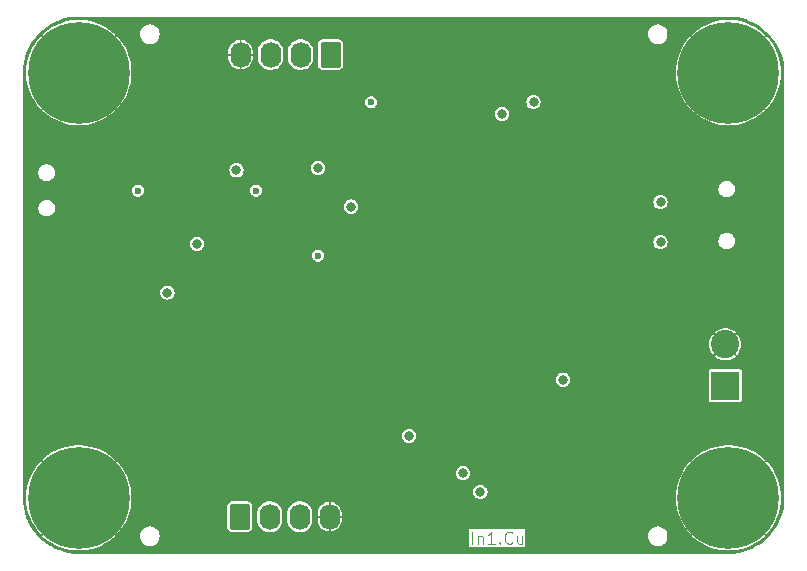
<source format=gbr>
%TF.GenerationSoftware,KiCad,Pcbnew,8.0.1*%
%TF.CreationDate,2024-04-03T13:36:13+02:00*%
%TF.ProjectId,stm32f405_v8,73746d33-3266-4343-9035-5f76382e6b69,rev?*%
%TF.SameCoordinates,Original*%
%TF.FileFunction,Copper,L2,Inr*%
%TF.FilePolarity,Positive*%
%FSLAX46Y46*%
G04 Gerber Fmt 4.6, Leading zero omitted, Abs format (unit mm)*
G04 Created by KiCad (PCBNEW 8.0.1) date 2024-04-03 13:36:13*
%MOMM*%
%LPD*%
G01*
G04 APERTURE LIST*
G04 Aperture macros list*
%AMRoundRect*
0 Rectangle with rounded corners*
0 $1 Rounding radius*
0 $2 $3 $4 $5 $6 $7 $8 $9 X,Y pos of 4 corners*
0 Add a 4 corners polygon primitive as box body*
4,1,4,$2,$3,$4,$5,$6,$7,$8,$9,$2,$3,0*
0 Add four circle primitives for the rounded corners*
1,1,$1+$1,$2,$3*
1,1,$1+$1,$4,$5*
1,1,$1+$1,$6,$7*
1,1,$1+$1,$8,$9*
0 Add four rect primitives between the rounded corners*
20,1,$1+$1,$2,$3,$4,$5,0*
20,1,$1+$1,$4,$5,$6,$7,0*
20,1,$1+$1,$6,$7,$8,$9,0*
20,1,$1+$1,$8,$9,$2,$3,0*%
G04 Aperture macros list end*
%ADD10C,0.100000*%
%TA.AperFunction,NonConductor*%
%ADD11C,0.100000*%
%TD*%
%TA.AperFunction,ComponentPad*%
%ADD12RoundRect,0.250000X-0.620000X-0.845000X0.620000X-0.845000X0.620000X0.845000X-0.620000X0.845000X0*%
%TD*%
%TA.AperFunction,ComponentPad*%
%ADD13O,1.740000X2.190000*%
%TD*%
%TA.AperFunction,ComponentPad*%
%ADD14RoundRect,0.250000X0.620000X0.845000X-0.620000X0.845000X-0.620000X-0.845000X0.620000X-0.845000X0*%
%TD*%
%TA.AperFunction,ComponentPad*%
%ADD15C,0.900000*%
%TD*%
%TA.AperFunction,ComponentPad*%
%ADD16C,8.600000*%
%TD*%
%TA.AperFunction,ComponentPad*%
%ADD17R,2.400000X2.400000*%
%TD*%
%TA.AperFunction,ComponentPad*%
%ADD18C,2.400000*%
%TD*%
%TA.AperFunction,ViaPad*%
%ADD19C,0.600000*%
%TD*%
%TA.AperFunction,ViaPad*%
%ADD20C,0.800000*%
%TD*%
G04 APERTURE END LIST*
D10*
D11*
X113303884Y-119872419D02*
X113303884Y-118872419D01*
X113780074Y-119205752D02*
X113780074Y-119872419D01*
X113780074Y-119300990D02*
X113827693Y-119253371D01*
X113827693Y-119253371D02*
X113922931Y-119205752D01*
X113922931Y-119205752D02*
X114065788Y-119205752D01*
X114065788Y-119205752D02*
X114161026Y-119253371D01*
X114161026Y-119253371D02*
X114208645Y-119348609D01*
X114208645Y-119348609D02*
X114208645Y-119872419D01*
X115208645Y-119872419D02*
X114637217Y-119872419D01*
X114922931Y-119872419D02*
X114922931Y-118872419D01*
X114922931Y-118872419D02*
X114827693Y-119015276D01*
X114827693Y-119015276D02*
X114732455Y-119110514D01*
X114732455Y-119110514D02*
X114637217Y-119158133D01*
X115637217Y-119777180D02*
X115684836Y-119824800D01*
X115684836Y-119824800D02*
X115637217Y-119872419D01*
X115637217Y-119872419D02*
X115589598Y-119824800D01*
X115589598Y-119824800D02*
X115637217Y-119777180D01*
X115637217Y-119777180D02*
X115637217Y-119872419D01*
X116684835Y-119777180D02*
X116637216Y-119824800D01*
X116637216Y-119824800D02*
X116494359Y-119872419D01*
X116494359Y-119872419D02*
X116399121Y-119872419D01*
X116399121Y-119872419D02*
X116256264Y-119824800D01*
X116256264Y-119824800D02*
X116161026Y-119729561D01*
X116161026Y-119729561D02*
X116113407Y-119634323D01*
X116113407Y-119634323D02*
X116065788Y-119443847D01*
X116065788Y-119443847D02*
X116065788Y-119300990D01*
X116065788Y-119300990D02*
X116113407Y-119110514D01*
X116113407Y-119110514D02*
X116161026Y-119015276D01*
X116161026Y-119015276D02*
X116256264Y-118920038D01*
X116256264Y-118920038D02*
X116399121Y-118872419D01*
X116399121Y-118872419D02*
X116494359Y-118872419D01*
X116494359Y-118872419D02*
X116637216Y-118920038D01*
X116637216Y-118920038D02*
X116684835Y-118967657D01*
X117541978Y-119205752D02*
X117541978Y-119872419D01*
X117113407Y-119205752D02*
X117113407Y-119729561D01*
X117113407Y-119729561D02*
X117161026Y-119824800D01*
X117161026Y-119824800D02*
X117256264Y-119872419D01*
X117256264Y-119872419D02*
X117399121Y-119872419D01*
X117399121Y-119872419D02*
X117494359Y-119824800D01*
X117494359Y-119824800D02*
X117541978Y-119777180D01*
D12*
%TO.N,+3.3V*%
%TO.C,J4*%
X93620000Y-117600000D03*
D13*
%TO.N,UART3_TX*%
X96160000Y-117600000D03*
%TO.N,UART3_RX*%
X98700000Y-117600000D03*
%TO.N,GND*%
X101240000Y-117600000D03*
%TD*%
D14*
%TO.N,+3.3V*%
%TO.C,J3*%
X101310000Y-78480000D03*
D13*
%TO.N,I2C_SCL*%
X98770000Y-78480000D03*
%TO.N,I2C_SDA*%
X96230000Y-78480000D03*
%TO.N,GND*%
X93690000Y-78480000D03*
%TD*%
D15*
%TO.N,GND*%
%TO.C,H2*%
X131775000Y-116000000D03*
X132719581Y-113719581D03*
X132719581Y-118280419D03*
X135000000Y-112775000D03*
D16*
X135000000Y-116000000D03*
D15*
X135000000Y-119225000D03*
X137280419Y-113719581D03*
X137280419Y-118280419D03*
X138225000Y-116000000D03*
%TD*%
D17*
%TO.N,+12V*%
%TO.C,J1*%
X134725000Y-106500000D03*
D18*
%TO.N,GND*%
X134725000Y-103000000D03*
%TD*%
D15*
%TO.N,GND*%
%TO.C,H1*%
X131775000Y-80000000D03*
X132719581Y-77719581D03*
X132719581Y-82280419D03*
X135000000Y-76775000D03*
D16*
X135000000Y-80000000D03*
D15*
X135000000Y-83225000D03*
X137280419Y-77719581D03*
X137280419Y-82280419D03*
X138225000Y-80000000D03*
%TD*%
%TO.N,GND*%
%TO.C,H4*%
X76775000Y-80000000D03*
X77719581Y-77719581D03*
X77719581Y-82280419D03*
X80000000Y-76775000D03*
D16*
X80000000Y-80000000D03*
D15*
X80000000Y-83225000D03*
X82280419Y-77719581D03*
X82280419Y-82280419D03*
X83225000Y-80000000D03*
%TD*%
%TO.N,GND*%
%TO.C,H3*%
X76775000Y-116000000D03*
X77719581Y-113719581D03*
X77719581Y-118280419D03*
X80000000Y-112775000D03*
D16*
X80000000Y-116000000D03*
D15*
X80000000Y-119225000D03*
X82280419Y-113719581D03*
X82280419Y-118280419D03*
X83225000Y-116000000D03*
%TD*%
D19*
%TO.N,GND*%
X97500000Y-102000000D03*
X96900000Y-83200000D03*
X100225000Y-90675000D03*
X96375000Y-106125000D03*
X109950000Y-89050000D03*
X98525000Y-106800000D03*
X99000000Y-83100000D03*
D20*
%TO.N,+3.3V*%
X121000000Y-106000000D03*
X107975000Y-110750000D03*
X100250000Y-88075000D03*
X112525000Y-113925000D03*
X114000000Y-115500000D03*
X103050000Y-91350000D03*
X87500000Y-98625000D03*
X115823800Y-83500000D03*
X90002400Y-94497600D03*
X93350000Y-88275000D03*
X118500000Y-82500000D03*
D19*
%TO.N,BOOT0*%
X95000000Y-90000000D03*
X85000000Y-90000000D03*
D20*
%TO.N,+5V*%
X129250000Y-94350000D03*
X129250000Y-90950000D03*
D19*
%TO.N,NRST*%
X104750000Y-82500000D03*
X100250000Y-95500000D03*
%TD*%
%TA.AperFunction,Conductor*%
%TO.N,GND*%
G36*
X135001649Y-75254572D02*
G01*
X135410316Y-75272414D01*
X135416836Y-75272984D01*
X135820819Y-75326170D01*
X135827245Y-75327304D01*
X136225026Y-75415489D01*
X136231346Y-75417183D01*
X136619926Y-75539703D01*
X136626091Y-75541946D01*
X136746819Y-75591952D01*
X137002520Y-75697867D01*
X137008444Y-75700630D01*
X137369841Y-75888762D01*
X137375506Y-75892032D01*
X137475596Y-75955796D01*
X137719138Y-76110950D01*
X137724512Y-76114713D01*
X138047747Y-76362740D01*
X138052772Y-76366957D01*
X138222635Y-76522608D01*
X138353160Y-76642212D01*
X138357793Y-76646845D01*
X138633042Y-76947227D01*
X138637259Y-76952252D01*
X138885286Y-77275487D01*
X138889049Y-77280861D01*
X139052659Y-77537677D01*
X139094437Y-77603255D01*
X139107962Y-77624484D01*
X139111242Y-77630166D01*
X139299364Y-77991545D01*
X139302137Y-77997490D01*
X139458053Y-78373908D01*
X139460296Y-78380073D01*
X139582816Y-78768653D01*
X139584514Y-78774990D01*
X139672692Y-79172737D01*
X139673832Y-79179197D01*
X139727014Y-79583155D01*
X139727585Y-79589691D01*
X139745428Y-79998350D01*
X139745500Y-80001630D01*
X139745500Y-115998369D01*
X139745428Y-116001649D01*
X139727585Y-116410308D01*
X139727014Y-116416844D01*
X139673832Y-116820802D01*
X139672692Y-116827262D01*
X139584514Y-117225009D01*
X139582816Y-117231346D01*
X139460296Y-117619926D01*
X139458053Y-117626091D01*
X139302137Y-118002509D01*
X139299364Y-118008454D01*
X139111242Y-118369833D01*
X139107962Y-118375515D01*
X138889049Y-118719138D01*
X138885286Y-118724512D01*
X138637259Y-119047747D01*
X138633042Y-119052772D01*
X138357793Y-119353154D01*
X138353154Y-119357793D01*
X138052772Y-119633042D01*
X138047747Y-119637259D01*
X137724512Y-119885286D01*
X137719138Y-119889049D01*
X137375515Y-120107962D01*
X137369833Y-120111242D01*
X137008454Y-120299364D01*
X137002509Y-120302137D01*
X136626091Y-120458053D01*
X136619926Y-120460296D01*
X136231346Y-120582816D01*
X136225009Y-120584514D01*
X135827262Y-120672692D01*
X135820802Y-120673832D01*
X135416844Y-120727014D01*
X135410308Y-120727585D01*
X135001649Y-120745428D01*
X134998369Y-120745500D01*
X80001631Y-120745500D01*
X79998351Y-120745428D01*
X79589691Y-120727585D01*
X79583155Y-120727014D01*
X79179197Y-120673832D01*
X79172737Y-120672692D01*
X78774990Y-120584514D01*
X78768653Y-120582816D01*
X78380073Y-120460296D01*
X78373908Y-120458053D01*
X77997490Y-120302137D01*
X77991545Y-120299364D01*
X77630166Y-120111242D01*
X77624484Y-120107962D01*
X77581377Y-120080500D01*
X77475507Y-120013053D01*
X77280861Y-119889049D01*
X77275487Y-119885286D01*
X76952252Y-119637259D01*
X76947227Y-119633042D01*
X76649209Y-119359959D01*
X76646839Y-119357787D01*
X76642212Y-119353160D01*
X76446924Y-119140041D01*
X76366957Y-119052772D01*
X76362740Y-119047747D01*
X76114713Y-118724512D01*
X76110950Y-118719138D01*
X76071051Y-118656509D01*
X75892032Y-118375506D01*
X75888762Y-118369841D01*
X75700630Y-118008444D01*
X75697867Y-118002520D01*
X75563585Y-117678333D01*
X75541946Y-117626091D01*
X75539703Y-117619926D01*
X75417183Y-117231346D01*
X75415489Y-117225026D01*
X75327304Y-116827245D01*
X75326170Y-116820819D01*
X75272984Y-116416836D01*
X75272414Y-116410308D01*
X75269894Y-116352600D01*
X75254572Y-116001649D01*
X75254536Y-116000000D01*
X75542551Y-116000000D01*
X75562734Y-116423697D01*
X75623103Y-116843578D01*
X75623103Y-116843580D01*
X75723109Y-117255811D01*
X75861847Y-117656668D01*
X76038051Y-118042502D01*
X76038063Y-118042525D01*
X76250154Y-118409877D01*
X76250155Y-118409878D01*
X76496205Y-118755408D01*
X76496214Y-118755420D01*
X76773989Y-119075989D01*
X76773997Y-119075997D01*
X76795620Y-119096614D01*
X76795622Y-119096614D01*
X78425838Y-117466397D01*
X78533601Y-117574160D01*
X76905948Y-119201812D01*
X77080997Y-119368719D01*
X77081000Y-119368722D01*
X77414419Y-119630925D01*
X77414434Y-119630936D01*
X77771276Y-119860264D01*
X78148294Y-120054631D01*
X78148316Y-120054641D01*
X78542109Y-120212292D01*
X78949114Y-120331800D01*
X79365637Y-120412078D01*
X79365640Y-120412079D01*
X79787895Y-120452399D01*
X79787899Y-120452400D01*
X80212101Y-120452400D01*
X80212104Y-120452399D01*
X80634359Y-120412079D01*
X80634362Y-120412078D01*
X81050885Y-120331800D01*
X81457890Y-120212292D01*
X81851685Y-120054640D01*
X81851694Y-120054636D01*
X82228724Y-119860264D01*
X82585565Y-119630936D01*
X82585580Y-119630925D01*
X82918999Y-119368722D01*
X82919001Y-119368720D01*
X83043512Y-119250000D01*
X85164925Y-119250000D01*
X85183173Y-119423622D01*
X85183173Y-119423623D01*
X85237118Y-119589651D01*
X85237121Y-119589658D01*
X85324409Y-119740845D01*
X85441227Y-119870583D01*
X85441232Y-119870587D01*
X85582458Y-119973194D01*
X85582461Y-119973195D01*
X85582462Y-119973196D01*
X85741948Y-120044204D01*
X85912711Y-120080500D01*
X85912713Y-120080500D01*
X86087287Y-120080500D01*
X86087289Y-120080500D01*
X86258052Y-120044204D01*
X86417538Y-119973196D01*
X86558774Y-119870582D01*
X86675590Y-119740845D01*
X86688393Y-119718669D01*
X86762878Y-119589658D01*
X86762881Y-119589651D01*
X86782774Y-119528427D01*
X86816827Y-119423622D01*
X86835075Y-119250000D01*
X86816827Y-119076378D01*
X86782774Y-118971573D01*
X86762881Y-118910348D01*
X86762878Y-118910341D01*
X86675590Y-118759154D01*
X86558772Y-118629416D01*
X86558767Y-118629412D01*
X86417541Y-118526805D01*
X86355703Y-118499273D01*
X92549500Y-118499273D01*
X92552353Y-118529692D01*
X92552354Y-118529699D01*
X92552355Y-118529701D01*
X92597205Y-118657879D01*
X92597207Y-118657882D01*
X92677850Y-118767150D01*
X92786586Y-118847400D01*
X92787117Y-118847792D01*
X92787120Y-118847794D01*
X92805888Y-118854361D01*
X92915301Y-118892646D01*
X92929347Y-118893963D01*
X92945727Y-118895500D01*
X92945734Y-118895500D01*
X94294272Y-118895500D01*
X94308312Y-118894182D01*
X94324699Y-118892646D01*
X94452882Y-118847793D01*
X94562150Y-118767150D01*
X94642793Y-118657882D01*
X94687646Y-118529699D01*
X94689073Y-118514482D01*
X94690500Y-118499273D01*
X94690500Y-117930435D01*
X95089500Y-117930435D01*
X95127846Y-118123219D01*
X95130638Y-118137253D01*
X95211335Y-118332072D01*
X95328488Y-118507404D01*
X95328490Y-118507406D01*
X95328492Y-118507409D01*
X95477590Y-118656507D01*
X95477593Y-118656509D01*
X95477596Y-118656512D01*
X95652928Y-118773665D01*
X95847747Y-118854362D01*
X95985625Y-118881787D01*
X96054564Y-118895500D01*
X96054565Y-118895500D01*
X96265436Y-118895500D01*
X96317139Y-118885215D01*
X96472253Y-118854362D01*
X96667072Y-118773665D01*
X96842404Y-118656512D01*
X96991512Y-118507404D01*
X97108665Y-118332072D01*
X97189362Y-118137253D01*
X97230500Y-117930435D01*
X97629500Y-117930435D01*
X97667846Y-118123219D01*
X97670638Y-118137253D01*
X97751335Y-118332072D01*
X97868488Y-118507404D01*
X97868490Y-118507406D01*
X97868492Y-118507409D01*
X98017590Y-118656507D01*
X98017593Y-118656509D01*
X98017596Y-118656512D01*
X98192928Y-118773665D01*
X98387747Y-118854362D01*
X98525625Y-118881787D01*
X98594564Y-118895500D01*
X98594565Y-118895500D01*
X98805436Y-118895500D01*
X98857139Y-118885215D01*
X99012253Y-118854362D01*
X99207072Y-118773665D01*
X99382404Y-118656512D01*
X99531512Y-118507404D01*
X99648665Y-118332072D01*
X99729362Y-118137253D01*
X99770500Y-117930435D01*
X99770500Y-117925698D01*
X100217600Y-117925698D01*
X100256889Y-118123219D01*
X100256890Y-118123222D01*
X100333960Y-118309286D01*
X100445852Y-118476744D01*
X100445854Y-118476747D01*
X100588252Y-118619145D01*
X100588255Y-118619147D01*
X100755713Y-118731039D01*
X100941777Y-118808109D01*
X100941780Y-118808110D01*
X101139301Y-118847400D01*
X101163800Y-118847400D01*
X101163800Y-118195000D01*
X101316200Y-118195000D01*
X101316200Y-118847400D01*
X101340699Y-118847400D01*
X101538219Y-118808110D01*
X101538222Y-118808109D01*
X101724286Y-118731039D01*
X101891744Y-118619147D01*
X101891747Y-118619145D01*
X101897700Y-118613192D01*
X113048384Y-118613192D01*
X113048384Y-120131646D01*
X117797478Y-120131646D01*
X117797478Y-119250000D01*
X128164925Y-119250000D01*
X128183173Y-119423622D01*
X128183173Y-119423623D01*
X128237118Y-119589651D01*
X128237121Y-119589658D01*
X128324409Y-119740845D01*
X128441227Y-119870583D01*
X128441232Y-119870587D01*
X128582458Y-119973194D01*
X128582461Y-119973195D01*
X128582462Y-119973196D01*
X128741948Y-120044204D01*
X128912711Y-120080500D01*
X128912713Y-120080500D01*
X129087287Y-120080500D01*
X129087289Y-120080500D01*
X129258052Y-120044204D01*
X129417538Y-119973196D01*
X129558774Y-119870582D01*
X129675590Y-119740845D01*
X129688393Y-119718669D01*
X129762878Y-119589658D01*
X129762881Y-119589651D01*
X129782774Y-119528427D01*
X129816827Y-119423622D01*
X129835075Y-119250000D01*
X129816827Y-119076378D01*
X129782774Y-118971573D01*
X129762881Y-118910348D01*
X129762878Y-118910341D01*
X129675590Y-118759154D01*
X129558772Y-118629416D01*
X129558767Y-118629412D01*
X129417541Y-118526805D01*
X129258053Y-118455796D01*
X129201131Y-118443697D01*
X129087289Y-118419500D01*
X128912711Y-118419500D01*
X128827329Y-118437648D01*
X128741946Y-118455796D01*
X128582459Y-118526805D01*
X128441232Y-118629412D01*
X128441227Y-118629416D01*
X128324409Y-118759154D01*
X128237121Y-118910341D01*
X128237118Y-118910348D01*
X128183173Y-119076376D01*
X128183173Y-119076377D01*
X128164925Y-119249999D01*
X128164925Y-119250000D01*
X117797478Y-119250000D01*
X117797478Y-118613192D01*
X113048384Y-118613192D01*
X101897700Y-118613192D01*
X102034145Y-118476747D01*
X102034147Y-118476744D01*
X102146039Y-118309286D01*
X102223109Y-118123222D01*
X102223110Y-118123219D01*
X102262400Y-117925698D01*
X102262400Y-117676200D01*
X101835000Y-117676200D01*
X101835000Y-117523800D01*
X102262400Y-117523800D01*
X102262400Y-117274301D01*
X102223110Y-117076780D01*
X102223109Y-117076777D01*
X102146039Y-116890713D01*
X102034147Y-116723255D01*
X102034145Y-116723252D01*
X101891747Y-116580854D01*
X101891744Y-116580852D01*
X101724286Y-116468960D01*
X101538222Y-116391890D01*
X101538219Y-116391889D01*
X101340699Y-116352600D01*
X101316200Y-116352600D01*
X101316200Y-117005000D01*
X101163800Y-117005000D01*
X101163800Y-116352600D01*
X101139301Y-116352600D01*
X100941780Y-116391889D01*
X100941777Y-116391890D01*
X100755713Y-116468960D01*
X100588255Y-116580852D01*
X100588252Y-116580854D01*
X100445854Y-116723252D01*
X100445852Y-116723255D01*
X100333960Y-116890713D01*
X100256890Y-117076777D01*
X100256889Y-117076780D01*
X100217600Y-117274301D01*
X100217600Y-117523800D01*
X100645000Y-117523800D01*
X100645000Y-117676200D01*
X100217600Y-117676200D01*
X100217600Y-117925698D01*
X99770500Y-117925698D01*
X99770500Y-117269565D01*
X99763557Y-117234662D01*
X99741522Y-117123882D01*
X99729362Y-117062747D01*
X99648665Y-116867928D01*
X99531512Y-116692596D01*
X99531509Y-116692593D01*
X99531507Y-116692590D01*
X99382409Y-116543492D01*
X99382406Y-116543490D01*
X99382404Y-116543488D01*
X99207072Y-116426335D01*
X99200703Y-116423697D01*
X99123912Y-116391889D01*
X99012253Y-116345638D01*
X99012251Y-116345637D01*
X99012250Y-116345637D01*
X98805436Y-116304500D01*
X98805435Y-116304500D01*
X98594565Y-116304500D01*
X98594564Y-116304500D01*
X98387749Y-116345637D01*
X98387747Y-116345638D01*
X98192929Y-116426334D01*
X98017593Y-116543490D01*
X98017590Y-116543492D01*
X97868492Y-116692590D01*
X97868490Y-116692593D01*
X97751334Y-116867929D01*
X97670638Y-117062747D01*
X97670637Y-117062749D01*
X97629500Y-117269564D01*
X97629500Y-117930435D01*
X97230500Y-117930435D01*
X97230500Y-117269565D01*
X97223557Y-117234662D01*
X97201522Y-117123882D01*
X97189362Y-117062747D01*
X97108665Y-116867928D01*
X96991512Y-116692596D01*
X96991509Y-116692593D01*
X96991507Y-116692590D01*
X96842409Y-116543492D01*
X96842406Y-116543490D01*
X96842404Y-116543488D01*
X96667072Y-116426335D01*
X96660703Y-116423697D01*
X96583912Y-116391889D01*
X96472253Y-116345638D01*
X96472251Y-116345637D01*
X96472250Y-116345637D01*
X96265436Y-116304500D01*
X96265435Y-116304500D01*
X96054565Y-116304500D01*
X96054564Y-116304500D01*
X95847749Y-116345637D01*
X95847747Y-116345638D01*
X95652929Y-116426334D01*
X95477593Y-116543490D01*
X95477590Y-116543492D01*
X95328492Y-116692590D01*
X95328490Y-116692593D01*
X95211334Y-116867929D01*
X95130638Y-117062747D01*
X95130637Y-117062749D01*
X95089500Y-117269564D01*
X95089500Y-117930435D01*
X94690500Y-117930435D01*
X94690500Y-116700726D01*
X94688869Y-116683343D01*
X94687646Y-116670301D01*
X94643273Y-116543490D01*
X94642794Y-116542120D01*
X94642792Y-116542117D01*
X94562150Y-116432850D01*
X94452882Y-116352207D01*
X94452879Y-116352205D01*
X94355470Y-116318121D01*
X94324699Y-116307354D01*
X94324694Y-116307353D01*
X94324692Y-116307353D01*
X94294273Y-116304500D01*
X94294266Y-116304500D01*
X92945734Y-116304500D01*
X92945727Y-116304500D01*
X92915307Y-116307353D01*
X92915303Y-116307353D01*
X92915301Y-116307354D01*
X92915298Y-116307354D01*
X92915298Y-116307355D01*
X92787120Y-116352205D01*
X92787117Y-116352207D01*
X92677850Y-116432850D01*
X92597207Y-116542117D01*
X92597205Y-116542120D01*
X92552355Y-116670298D01*
X92552353Y-116670307D01*
X92549500Y-116700726D01*
X92549500Y-118499273D01*
X86355703Y-118499273D01*
X86258053Y-118455796D01*
X86201131Y-118443697D01*
X86087289Y-118419500D01*
X85912711Y-118419500D01*
X85827329Y-118437648D01*
X85741946Y-118455796D01*
X85582459Y-118526805D01*
X85441232Y-118629412D01*
X85441227Y-118629416D01*
X85324409Y-118759154D01*
X85237121Y-118910341D01*
X85237118Y-118910348D01*
X85183173Y-119076376D01*
X85183173Y-119076377D01*
X85164925Y-119249999D01*
X85164925Y-119250000D01*
X83043512Y-119250000D01*
X83094050Y-119201812D01*
X81466398Y-117574160D01*
X81574160Y-117466398D01*
X83204376Y-119096614D01*
X83204377Y-119096614D01*
X83226011Y-119075988D01*
X83503785Y-118755420D01*
X83503794Y-118755408D01*
X83749844Y-118409878D01*
X83749845Y-118409877D01*
X83961936Y-118042525D01*
X83961948Y-118042502D01*
X84138152Y-117656668D01*
X84276890Y-117255811D01*
X84376896Y-116843580D01*
X84376896Y-116843578D01*
X84437265Y-116423697D01*
X84457448Y-116000000D01*
X84437265Y-115576302D01*
X84426295Y-115500000D01*
X113394318Y-115500000D01*
X113414956Y-115656763D01*
X113475463Y-115802839D01*
X113475465Y-115802842D01*
X113571717Y-115928282D01*
X113649801Y-115988197D01*
X113697159Y-116024536D01*
X113843238Y-116085044D01*
X114000000Y-116105682D01*
X114156762Y-116085044D01*
X114302841Y-116024536D01*
X114334817Y-116000000D01*
X130542551Y-116000000D01*
X130562734Y-116423697D01*
X130623103Y-116843578D01*
X130623103Y-116843580D01*
X130723109Y-117255811D01*
X130861847Y-117656668D01*
X131038051Y-118042502D01*
X131038063Y-118042525D01*
X131250154Y-118409877D01*
X131250155Y-118409878D01*
X131496205Y-118755408D01*
X131496214Y-118755420D01*
X131773989Y-119075989D01*
X131773997Y-119075997D01*
X131795620Y-119096614D01*
X131795622Y-119096614D01*
X133425838Y-117466397D01*
X133533601Y-117574160D01*
X131905948Y-119201812D01*
X132080997Y-119368719D01*
X132081000Y-119368722D01*
X132414419Y-119630925D01*
X132414434Y-119630936D01*
X132771276Y-119860264D01*
X133148294Y-120054631D01*
X133148316Y-120054641D01*
X133542109Y-120212292D01*
X133949114Y-120331800D01*
X134365637Y-120412078D01*
X134365640Y-120412079D01*
X134787895Y-120452399D01*
X134787899Y-120452400D01*
X135212101Y-120452400D01*
X135212104Y-120452399D01*
X135634359Y-120412079D01*
X135634362Y-120412078D01*
X136050885Y-120331800D01*
X136457890Y-120212292D01*
X136851685Y-120054640D01*
X136851694Y-120054636D01*
X137228724Y-119860264D01*
X137585565Y-119630936D01*
X137585580Y-119630925D01*
X137918999Y-119368722D01*
X137919001Y-119368720D01*
X138094050Y-119201812D01*
X136466398Y-117574160D01*
X136574160Y-117466398D01*
X138204376Y-119096614D01*
X138204377Y-119096614D01*
X138226011Y-119075988D01*
X138503785Y-118755420D01*
X138503794Y-118755408D01*
X138749844Y-118409878D01*
X138749845Y-118409877D01*
X138961936Y-118042525D01*
X138961948Y-118042502D01*
X139138152Y-117656668D01*
X139276890Y-117255811D01*
X139376896Y-116843580D01*
X139376896Y-116843578D01*
X139437265Y-116423697D01*
X139457448Y-116000000D01*
X139437265Y-115576302D01*
X139376896Y-115156421D01*
X139376896Y-115156419D01*
X139276890Y-114744188D01*
X139138152Y-114343331D01*
X138961948Y-113957497D01*
X138961936Y-113957474D01*
X138749845Y-113590122D01*
X138749844Y-113590121D01*
X138503794Y-113244591D01*
X138503785Y-113244579D01*
X138226010Y-112924010D01*
X138226002Y-112924002D01*
X138204378Y-112903384D01*
X138204376Y-112903384D01*
X136574159Y-114533600D01*
X136466398Y-114425839D01*
X138094050Y-112798186D01*
X137919002Y-112631280D01*
X137918999Y-112631277D01*
X137585580Y-112369074D01*
X137585565Y-112369063D01*
X137228724Y-112139735D01*
X136851694Y-111945363D01*
X136851685Y-111945359D01*
X136457890Y-111787707D01*
X136050885Y-111668199D01*
X135634362Y-111587921D01*
X135634359Y-111587920D01*
X135212104Y-111547600D01*
X134787895Y-111547600D01*
X134365640Y-111587920D01*
X134365637Y-111587921D01*
X133949114Y-111668199D01*
X133542109Y-111787707D01*
X133148316Y-111945358D01*
X133148294Y-111945368D01*
X132771276Y-112139735D01*
X132414434Y-112369063D01*
X132414419Y-112369074D01*
X132081000Y-112631277D01*
X132080997Y-112631280D01*
X131905948Y-112798186D01*
X133533601Y-114425839D01*
X133425839Y-114533601D01*
X131795622Y-112903384D01*
X131795621Y-112903384D01*
X131773993Y-112924006D01*
X131496214Y-113244579D01*
X131496205Y-113244591D01*
X131250155Y-113590121D01*
X131250154Y-113590122D01*
X131038063Y-113957474D01*
X131038051Y-113957497D01*
X130861847Y-114343331D01*
X130723109Y-114744188D01*
X130623103Y-115156419D01*
X130623103Y-115156421D01*
X130562734Y-115576302D01*
X130542551Y-116000000D01*
X114334817Y-116000000D01*
X114428282Y-115928282D01*
X114524536Y-115802841D01*
X114585044Y-115656762D01*
X114605682Y-115500000D01*
X114585044Y-115343238D01*
X114524536Y-115197159D01*
X114488197Y-115149801D01*
X114428282Y-115071717D01*
X114302842Y-114975465D01*
X114302841Y-114975464D01*
X114302839Y-114975463D01*
X114156763Y-114914956D01*
X114000000Y-114894318D01*
X113843236Y-114914956D01*
X113697160Y-114975463D01*
X113697157Y-114975465D01*
X113571717Y-115071717D01*
X113475465Y-115197157D01*
X113475463Y-115197160D01*
X113414956Y-115343236D01*
X113394318Y-115500000D01*
X84426295Y-115500000D01*
X84376896Y-115156421D01*
X84376896Y-115156419D01*
X84276890Y-114744188D01*
X84138152Y-114343331D01*
X83961948Y-113957497D01*
X83961936Y-113957474D01*
X83943187Y-113925000D01*
X111919318Y-113925000D01*
X111939956Y-114081763D01*
X112000463Y-114227839D01*
X112000465Y-114227842D01*
X112096717Y-114353282D01*
X112174801Y-114413197D01*
X112222159Y-114449536D01*
X112368238Y-114510044D01*
X112525000Y-114530682D01*
X112681762Y-114510044D01*
X112827841Y-114449536D01*
X112953282Y-114353282D01*
X113049536Y-114227841D01*
X113110044Y-114081762D01*
X113130682Y-113925000D01*
X113110044Y-113768238D01*
X113049536Y-113622159D01*
X113013197Y-113574801D01*
X112953282Y-113496717D01*
X112827842Y-113400465D01*
X112827841Y-113400464D01*
X112827839Y-113400463D01*
X112681763Y-113339956D01*
X112525000Y-113319318D01*
X112368236Y-113339956D01*
X112222160Y-113400463D01*
X112222157Y-113400465D01*
X112096717Y-113496717D01*
X112000465Y-113622157D01*
X112000463Y-113622160D01*
X111939956Y-113768236D01*
X111919318Y-113925000D01*
X83943187Y-113925000D01*
X83749845Y-113590122D01*
X83749844Y-113590121D01*
X83503794Y-113244591D01*
X83503785Y-113244579D01*
X83226010Y-112924010D01*
X83226002Y-112924002D01*
X83204378Y-112903384D01*
X83204376Y-112903384D01*
X81574159Y-114533600D01*
X81466398Y-114425839D01*
X83094050Y-112798186D01*
X82919002Y-112631280D01*
X82918999Y-112631277D01*
X82585580Y-112369074D01*
X82585565Y-112369063D01*
X82228724Y-112139735D01*
X81851694Y-111945363D01*
X81851685Y-111945359D01*
X81457890Y-111787707D01*
X81050885Y-111668199D01*
X80634362Y-111587921D01*
X80634359Y-111587920D01*
X80212104Y-111547600D01*
X79787895Y-111547600D01*
X79365640Y-111587920D01*
X79365637Y-111587921D01*
X78949114Y-111668199D01*
X78542109Y-111787707D01*
X78148316Y-111945358D01*
X78148294Y-111945368D01*
X77771276Y-112139735D01*
X77414434Y-112369063D01*
X77414419Y-112369074D01*
X77081000Y-112631277D01*
X77080997Y-112631280D01*
X76905948Y-112798186D01*
X78533601Y-114425839D01*
X78425839Y-114533601D01*
X76795622Y-112903384D01*
X76795621Y-112903384D01*
X76773993Y-112924006D01*
X76496214Y-113244579D01*
X76496205Y-113244591D01*
X76250155Y-113590121D01*
X76250154Y-113590122D01*
X76038063Y-113957474D01*
X76038051Y-113957497D01*
X75861847Y-114343331D01*
X75723109Y-114744188D01*
X75623103Y-115156419D01*
X75623103Y-115156421D01*
X75562734Y-115576302D01*
X75542551Y-116000000D01*
X75254536Y-116000000D01*
X75254500Y-115998369D01*
X75254500Y-110750000D01*
X107369318Y-110750000D01*
X107389956Y-110906763D01*
X107450463Y-111052839D01*
X107450465Y-111052842D01*
X107546717Y-111178282D01*
X107624801Y-111238197D01*
X107672159Y-111274536D01*
X107818238Y-111335044D01*
X107975000Y-111355682D01*
X108131762Y-111335044D01*
X108277841Y-111274536D01*
X108403282Y-111178282D01*
X108499536Y-111052841D01*
X108560044Y-110906762D01*
X108580682Y-110750000D01*
X108560044Y-110593238D01*
X108499536Y-110447159D01*
X108463197Y-110399801D01*
X108403282Y-110321717D01*
X108277842Y-110225465D01*
X108277841Y-110225464D01*
X108277839Y-110225463D01*
X108131763Y-110164956D01*
X107975000Y-110144318D01*
X107818236Y-110164956D01*
X107672160Y-110225463D01*
X107672157Y-110225465D01*
X107546717Y-110321717D01*
X107450465Y-110447157D01*
X107450463Y-110447160D01*
X107389956Y-110593236D01*
X107369318Y-110750000D01*
X75254500Y-110750000D01*
X75254500Y-107719748D01*
X133324500Y-107719748D01*
X133336132Y-107778229D01*
X133336133Y-107778231D01*
X133380448Y-107844552D01*
X133446769Y-107888867D01*
X133476010Y-107894683D01*
X133505251Y-107900500D01*
X133505252Y-107900500D01*
X135944749Y-107900500D01*
X135964242Y-107896622D01*
X136003231Y-107888867D01*
X136069552Y-107844552D01*
X136113867Y-107778231D01*
X136125500Y-107719748D01*
X136125500Y-105280252D01*
X136113867Y-105221769D01*
X136069552Y-105155448D01*
X136003231Y-105111133D01*
X136003229Y-105111132D01*
X135944749Y-105099500D01*
X135944748Y-105099500D01*
X133505252Y-105099500D01*
X133505251Y-105099500D01*
X133446770Y-105111132D01*
X133446768Y-105111133D01*
X133380448Y-105155448D01*
X133336133Y-105221768D01*
X133336132Y-105221770D01*
X133324500Y-105280251D01*
X133324500Y-107719748D01*
X75254500Y-107719748D01*
X75254500Y-106000000D01*
X120394318Y-106000000D01*
X120414956Y-106156763D01*
X120475463Y-106302839D01*
X120475465Y-106302842D01*
X120571717Y-106428282D01*
X120649801Y-106488197D01*
X120697159Y-106524536D01*
X120843238Y-106585044D01*
X121000000Y-106605682D01*
X121156762Y-106585044D01*
X121302841Y-106524536D01*
X121428282Y-106428282D01*
X121524536Y-106302841D01*
X121585044Y-106156762D01*
X121605682Y-106000000D01*
X121585044Y-105843238D01*
X121524536Y-105697159D01*
X121488197Y-105649801D01*
X121428282Y-105571717D01*
X121302842Y-105475465D01*
X121302841Y-105475464D01*
X121302839Y-105475463D01*
X121156763Y-105414956D01*
X121000000Y-105394318D01*
X120843236Y-105414956D01*
X120697160Y-105475463D01*
X120697157Y-105475465D01*
X120571717Y-105571717D01*
X120475465Y-105697157D01*
X120475463Y-105697160D01*
X120414956Y-105843236D01*
X120394318Y-106000000D01*
X75254500Y-106000000D01*
X75254500Y-103000001D01*
X133367965Y-103000001D01*
X133386472Y-103223357D01*
X133441494Y-103440631D01*
X133441496Y-103440639D01*
X133531520Y-103645871D01*
X133531520Y-103645873D01*
X133654109Y-103833508D01*
X133716237Y-103900997D01*
X133716239Y-103900998D01*
X134246855Y-103370382D01*
X134354617Y-103478144D01*
X133821905Y-104010855D01*
X133821905Y-104010857D01*
X133982773Y-104136065D01*
X134179879Y-104242733D01*
X134179881Y-104242734D01*
X134391865Y-104315508D01*
X134391875Y-104315511D01*
X134612933Y-104352399D01*
X134612940Y-104352400D01*
X134837060Y-104352400D01*
X134837066Y-104352399D01*
X135058124Y-104315511D01*
X135058134Y-104315508D01*
X135270118Y-104242734D01*
X135270120Y-104242733D01*
X135467226Y-104136065D01*
X135628093Y-104010857D01*
X135628093Y-104010855D01*
X135095382Y-103478144D01*
X135203145Y-103370382D01*
X135733760Y-103900997D01*
X135733761Y-103900997D01*
X135795892Y-103833507D01*
X135918476Y-103645879D01*
X135918479Y-103645871D01*
X136008503Y-103440639D01*
X136008505Y-103440631D01*
X136063527Y-103223357D01*
X136082035Y-103000001D01*
X136082035Y-102999998D01*
X136063527Y-102776642D01*
X136008505Y-102559368D01*
X136008503Y-102559360D01*
X135918479Y-102354128D01*
X135918479Y-102354126D01*
X135795890Y-102166491D01*
X135733760Y-102099001D01*
X135203144Y-102629617D01*
X135095382Y-102521855D01*
X135628093Y-101989143D01*
X135628093Y-101989141D01*
X135467225Y-101863933D01*
X135270120Y-101757266D01*
X135270118Y-101757265D01*
X135058134Y-101684491D01*
X135058124Y-101684488D01*
X134837066Y-101647600D01*
X134612933Y-101647600D01*
X134391875Y-101684488D01*
X134391865Y-101684491D01*
X134179881Y-101757265D01*
X134179879Y-101757266D01*
X133982774Y-101863933D01*
X133821905Y-101989141D01*
X133821905Y-101989143D01*
X134354617Y-102521855D01*
X134246855Y-102629617D01*
X133716238Y-102099000D01*
X133716238Y-102099001D01*
X133654109Y-102166491D01*
X133531520Y-102354126D01*
X133531520Y-102354128D01*
X133441496Y-102559360D01*
X133441494Y-102559368D01*
X133386472Y-102776642D01*
X133367965Y-102999998D01*
X133367965Y-103000001D01*
X75254500Y-103000001D01*
X75254500Y-98625000D01*
X86894318Y-98625000D01*
X86914956Y-98781763D01*
X86975463Y-98927839D01*
X86975465Y-98927842D01*
X87071717Y-99053282D01*
X87149801Y-99113197D01*
X87197159Y-99149536D01*
X87343238Y-99210044D01*
X87500000Y-99230682D01*
X87656762Y-99210044D01*
X87802841Y-99149536D01*
X87928282Y-99053282D01*
X88024536Y-98927841D01*
X88085044Y-98781762D01*
X88105682Y-98625000D01*
X88085044Y-98468238D01*
X88024536Y-98322159D01*
X87988197Y-98274801D01*
X87928282Y-98196717D01*
X87802842Y-98100465D01*
X87802841Y-98100464D01*
X87802839Y-98100463D01*
X87656763Y-98039956D01*
X87500000Y-98019318D01*
X87343236Y-98039956D01*
X87197160Y-98100463D01*
X87197157Y-98100465D01*
X87071717Y-98196717D01*
X86975465Y-98322157D01*
X86975463Y-98322160D01*
X86914956Y-98468236D01*
X86894318Y-98625000D01*
X75254500Y-98625000D01*
X75254500Y-95500000D01*
X99744353Y-95500000D01*
X99764835Y-95642459D01*
X99824622Y-95773372D01*
X99824624Y-95773375D01*
X99918872Y-95882143D01*
X100039947Y-95959953D01*
X100178039Y-96000500D01*
X100178042Y-96000500D01*
X100321958Y-96000500D01*
X100321961Y-96000500D01*
X100460053Y-95959953D01*
X100581128Y-95882143D01*
X100675377Y-95773373D01*
X100735165Y-95642457D01*
X100755647Y-95500000D01*
X100735165Y-95357543D01*
X100675377Y-95226627D01*
X100675375Y-95226624D01*
X100581127Y-95117856D01*
X100581125Y-95117855D01*
X100460051Y-95040046D01*
X100460052Y-95040046D01*
X100321963Y-94999500D01*
X100321961Y-94999500D01*
X100178039Y-94999500D01*
X100178036Y-94999500D01*
X100039948Y-95040046D01*
X99918874Y-95117855D01*
X99918872Y-95117856D01*
X99824624Y-95226624D01*
X99824622Y-95226627D01*
X99764835Y-95357540D01*
X99744353Y-95500000D01*
X75254500Y-95500000D01*
X75254500Y-94497600D01*
X89396718Y-94497600D01*
X89417356Y-94654363D01*
X89477863Y-94800439D01*
X89477865Y-94800442D01*
X89574117Y-94925882D01*
X89612954Y-94955682D01*
X89699559Y-95022136D01*
X89845638Y-95082644D01*
X90002400Y-95103282D01*
X90159162Y-95082644D01*
X90305241Y-95022136D01*
X90430682Y-94925882D01*
X90526936Y-94800441D01*
X90587444Y-94654362D01*
X90608082Y-94497600D01*
X90588650Y-94350000D01*
X128644318Y-94350000D01*
X128664956Y-94506763D01*
X128725463Y-94652839D01*
X128725465Y-94652842D01*
X128821717Y-94778282D01*
X128899801Y-94838197D01*
X128947159Y-94874536D01*
X129093238Y-94935044D01*
X129250000Y-94955682D01*
X129406762Y-94935044D01*
X129552841Y-94874536D01*
X129678282Y-94778282D01*
X129774536Y-94652841D01*
X129835044Y-94506762D01*
X129855682Y-94350000D01*
X129851600Y-94318993D01*
X134149500Y-94318993D01*
X134176420Y-94454328D01*
X134229225Y-94581811D01*
X134305886Y-94696542D01*
X134305888Y-94696544D01*
X134305890Y-94696547D01*
X134403452Y-94794109D01*
X134403455Y-94794111D01*
X134403458Y-94794114D01*
X134518189Y-94870775D01*
X134645672Y-94923580D01*
X134727165Y-94939790D01*
X134781005Y-94950500D01*
X134781007Y-94950500D01*
X134918995Y-94950500D01*
X134963901Y-94941566D01*
X135054328Y-94923580D01*
X135181811Y-94870775D01*
X135296542Y-94794114D01*
X135394114Y-94696542D01*
X135470775Y-94581811D01*
X135523580Y-94454328D01*
X135550500Y-94318993D01*
X135550500Y-94181007D01*
X135523580Y-94045672D01*
X135470775Y-93918189D01*
X135394114Y-93803458D01*
X135394111Y-93803455D01*
X135394109Y-93803452D01*
X135296547Y-93705890D01*
X135296544Y-93705888D01*
X135296542Y-93705886D01*
X135181811Y-93629225D01*
X135181809Y-93629224D01*
X135054331Y-93576421D01*
X135054329Y-93576420D01*
X134918995Y-93549500D01*
X134918993Y-93549500D01*
X134781007Y-93549500D01*
X134781005Y-93549500D01*
X134645670Y-93576420D01*
X134645668Y-93576421D01*
X134518190Y-93629224D01*
X134403455Y-93705888D01*
X134403452Y-93705890D01*
X134305890Y-93803452D01*
X134305888Y-93803455D01*
X134229224Y-93918190D01*
X134176421Y-94045668D01*
X134176420Y-94045670D01*
X134171717Y-94069317D01*
X134149500Y-94181007D01*
X134149500Y-94318993D01*
X129851600Y-94318993D01*
X129835044Y-94193238D01*
X129774536Y-94047159D01*
X129717681Y-93973064D01*
X129678282Y-93921717D01*
X129552842Y-93825465D01*
X129552841Y-93825464D01*
X129552839Y-93825463D01*
X129406763Y-93764956D01*
X129250000Y-93744318D01*
X129093236Y-93764956D01*
X128947160Y-93825463D01*
X128947157Y-93825465D01*
X128821717Y-93921717D01*
X128725465Y-94047157D01*
X128725463Y-94047160D01*
X128664956Y-94193236D01*
X128644318Y-94350000D01*
X90588650Y-94350000D01*
X90587444Y-94340838D01*
X90526936Y-94194759D01*
X90490597Y-94147401D01*
X90430682Y-94069317D01*
X90305242Y-93973065D01*
X90305241Y-93973064D01*
X90305239Y-93973063D01*
X90159163Y-93912556D01*
X90002400Y-93891918D01*
X89845636Y-93912556D01*
X89699560Y-93973063D01*
X89699557Y-93973065D01*
X89574117Y-94069317D01*
X89477865Y-94194757D01*
X89477863Y-94194760D01*
X89417356Y-94340836D01*
X89396718Y-94497600D01*
X75254500Y-94497600D01*
X75254500Y-91543994D01*
X76569500Y-91543994D01*
X76591152Y-91652842D01*
X76596420Y-91679328D01*
X76649225Y-91806811D01*
X76725886Y-91921542D01*
X76725888Y-91921544D01*
X76725890Y-91921547D01*
X76823452Y-92019109D01*
X76823455Y-92019111D01*
X76823458Y-92019114D01*
X76938189Y-92095775D01*
X77065672Y-92148580D01*
X77147165Y-92164790D01*
X77201005Y-92175500D01*
X77201007Y-92175500D01*
X77338995Y-92175500D01*
X77383901Y-92166566D01*
X77474328Y-92148580D01*
X77601811Y-92095775D01*
X77716542Y-92019114D01*
X77814114Y-91921542D01*
X77890775Y-91806811D01*
X77943580Y-91679328D01*
X77970500Y-91543993D01*
X77970500Y-91406007D01*
X77959359Y-91350000D01*
X102444318Y-91350000D01*
X102464956Y-91506763D01*
X102525463Y-91652839D01*
X102525465Y-91652842D01*
X102621717Y-91778282D01*
X102699801Y-91838197D01*
X102747159Y-91874536D01*
X102893238Y-91935044D01*
X103050000Y-91955682D01*
X103206762Y-91935044D01*
X103352841Y-91874536D01*
X103478282Y-91778282D01*
X103574536Y-91652841D01*
X103635044Y-91506762D01*
X103655682Y-91350000D01*
X103635044Y-91193238D01*
X103574536Y-91047159D01*
X103538197Y-90999801D01*
X103499984Y-90950000D01*
X128644318Y-90950000D01*
X128664956Y-91106763D01*
X128725463Y-91252839D01*
X128725465Y-91252842D01*
X128821717Y-91378282D01*
X128899801Y-91438197D01*
X128947159Y-91474536D01*
X129093238Y-91535044D01*
X129250000Y-91555682D01*
X129406762Y-91535044D01*
X129552841Y-91474536D01*
X129678282Y-91378282D01*
X129774536Y-91252841D01*
X129835044Y-91106762D01*
X129855682Y-90950000D01*
X129835044Y-90793238D01*
X129774536Y-90647159D01*
X129738197Y-90599801D01*
X129678282Y-90521717D01*
X129552842Y-90425465D01*
X129552841Y-90425464D01*
X129477156Y-90394114D01*
X129406763Y-90364956D01*
X129250000Y-90344318D01*
X129093236Y-90364956D01*
X128947160Y-90425463D01*
X128947157Y-90425465D01*
X128821717Y-90521717D01*
X128725465Y-90647157D01*
X128725463Y-90647160D01*
X128664956Y-90793236D01*
X128644318Y-90950000D01*
X103499984Y-90950000D01*
X103478282Y-90921717D01*
X103352842Y-90825465D01*
X103352841Y-90825464D01*
X103352839Y-90825463D01*
X103206763Y-90764956D01*
X103050000Y-90744318D01*
X102893236Y-90764956D01*
X102747160Y-90825463D01*
X102747157Y-90825465D01*
X102621717Y-90921717D01*
X102525465Y-91047157D01*
X102525463Y-91047160D01*
X102464956Y-91193236D01*
X102444318Y-91350000D01*
X77959359Y-91350000D01*
X77943580Y-91270672D01*
X77890775Y-91143189D01*
X77814114Y-91028458D01*
X77814111Y-91028455D01*
X77814109Y-91028452D01*
X77716547Y-90930890D01*
X77716544Y-90930888D01*
X77716542Y-90930886D01*
X77601811Y-90854225D01*
X77532376Y-90825464D01*
X77474331Y-90801421D01*
X77474329Y-90801420D01*
X77338995Y-90774500D01*
X77338993Y-90774500D01*
X77201007Y-90774500D01*
X77201005Y-90774500D01*
X77065670Y-90801420D01*
X77065668Y-90801421D01*
X76938190Y-90854224D01*
X76823455Y-90930888D01*
X76823452Y-90930890D01*
X76725890Y-91028452D01*
X76725888Y-91028455D01*
X76649224Y-91143190D01*
X76596421Y-91270668D01*
X76596420Y-91270670D01*
X76569500Y-91406005D01*
X76569500Y-91543994D01*
X75254500Y-91543994D01*
X75254500Y-90000000D01*
X84494353Y-90000000D01*
X84514835Y-90142459D01*
X84574622Y-90273372D01*
X84574624Y-90273375D01*
X84653979Y-90364956D01*
X84668872Y-90382143D01*
X84789947Y-90459953D01*
X84928039Y-90500500D01*
X84928042Y-90500500D01*
X85071958Y-90500500D01*
X85071961Y-90500500D01*
X85210053Y-90459953D01*
X85331128Y-90382143D01*
X85425377Y-90273373D01*
X85485165Y-90142457D01*
X85505647Y-90000000D01*
X94494353Y-90000000D01*
X94514835Y-90142459D01*
X94574622Y-90273372D01*
X94574624Y-90273375D01*
X94653979Y-90364956D01*
X94668872Y-90382143D01*
X94789947Y-90459953D01*
X94928039Y-90500500D01*
X94928042Y-90500500D01*
X95071958Y-90500500D01*
X95071961Y-90500500D01*
X95210053Y-90459953D01*
X95331128Y-90382143D01*
X95425377Y-90273373D01*
X95485165Y-90142457D01*
X95505647Y-90000000D01*
X95494000Y-89918993D01*
X134149500Y-89918993D01*
X134176420Y-90054328D01*
X134229225Y-90181811D01*
X134305886Y-90296542D01*
X134305888Y-90296544D01*
X134305890Y-90296547D01*
X134403452Y-90394109D01*
X134403455Y-90394111D01*
X134403458Y-90394114D01*
X134518189Y-90470775D01*
X134645672Y-90523580D01*
X134727165Y-90539790D01*
X134781005Y-90550500D01*
X134781007Y-90550500D01*
X134918995Y-90550500D01*
X134963901Y-90541566D01*
X135054328Y-90523580D01*
X135181811Y-90470775D01*
X135296542Y-90394114D01*
X135394114Y-90296542D01*
X135470775Y-90181811D01*
X135523580Y-90054328D01*
X135550500Y-89918993D01*
X135550500Y-89781007D01*
X135523580Y-89645672D01*
X135470775Y-89518189D01*
X135394114Y-89403458D01*
X135394111Y-89403455D01*
X135394109Y-89403452D01*
X135296547Y-89305890D01*
X135296544Y-89305888D01*
X135296542Y-89305886D01*
X135181811Y-89229225D01*
X135181809Y-89229224D01*
X135054331Y-89176421D01*
X135054329Y-89176420D01*
X134918995Y-89149500D01*
X134918993Y-89149500D01*
X134781007Y-89149500D01*
X134781005Y-89149500D01*
X134645670Y-89176420D01*
X134645668Y-89176421D01*
X134518190Y-89229224D01*
X134403455Y-89305888D01*
X134403452Y-89305890D01*
X134305890Y-89403452D01*
X134305888Y-89403455D01*
X134229224Y-89518190D01*
X134176421Y-89645668D01*
X134176420Y-89645670D01*
X134160318Y-89726624D01*
X134149500Y-89781007D01*
X134149500Y-89918993D01*
X95494000Y-89918993D01*
X95485165Y-89857543D01*
X95425377Y-89726627D01*
X95425375Y-89726624D01*
X95331127Y-89617856D01*
X95331125Y-89617855D01*
X95210051Y-89540046D01*
X95210052Y-89540046D01*
X95071963Y-89499500D01*
X95071961Y-89499500D01*
X94928039Y-89499500D01*
X94928036Y-89499500D01*
X94789948Y-89540046D01*
X94668874Y-89617855D01*
X94668872Y-89617856D01*
X94574624Y-89726624D01*
X94574622Y-89726627D01*
X94514835Y-89857540D01*
X94494353Y-90000000D01*
X85505647Y-90000000D01*
X85485165Y-89857543D01*
X85425377Y-89726627D01*
X85425375Y-89726624D01*
X85331127Y-89617856D01*
X85331125Y-89617855D01*
X85210051Y-89540046D01*
X85210052Y-89540046D01*
X85071963Y-89499500D01*
X85071961Y-89499500D01*
X84928039Y-89499500D01*
X84928036Y-89499500D01*
X84789948Y-89540046D01*
X84668874Y-89617855D01*
X84668872Y-89617856D01*
X84574624Y-89726624D01*
X84574622Y-89726627D01*
X84514835Y-89857540D01*
X84494353Y-90000000D01*
X75254500Y-90000000D01*
X75254500Y-88543994D01*
X76569500Y-88543994D01*
X76596420Y-88679329D01*
X76596421Y-88679331D01*
X76649224Y-88806809D01*
X76649225Y-88806811D01*
X76725886Y-88921542D01*
X76725888Y-88921544D01*
X76725890Y-88921547D01*
X76823452Y-89019109D01*
X76823455Y-89019111D01*
X76823458Y-89019114D01*
X76938189Y-89095775D01*
X77065672Y-89148580D01*
X77147165Y-89164790D01*
X77201005Y-89175500D01*
X77201007Y-89175500D01*
X77338995Y-89175500D01*
X77383901Y-89166566D01*
X77474328Y-89148580D01*
X77601811Y-89095775D01*
X77716542Y-89019114D01*
X77814114Y-88921542D01*
X77890775Y-88806811D01*
X77943580Y-88679328D01*
X77970500Y-88543993D01*
X77970500Y-88406007D01*
X77964897Y-88377841D01*
X77959790Y-88352165D01*
X77944441Y-88275000D01*
X92744318Y-88275000D01*
X92764956Y-88431763D01*
X92825463Y-88577839D01*
X92825465Y-88577842D01*
X92921717Y-88703282D01*
X92999801Y-88763197D01*
X93047159Y-88799536D01*
X93193238Y-88860044D01*
X93350000Y-88880682D01*
X93506762Y-88860044D01*
X93652841Y-88799536D01*
X93778282Y-88703282D01*
X93874536Y-88577841D01*
X93935044Y-88431762D01*
X93955682Y-88275000D01*
X93935044Y-88118238D01*
X93917134Y-88075000D01*
X99644318Y-88075000D01*
X99664956Y-88231763D01*
X99725463Y-88377839D01*
X99725465Y-88377842D01*
X99821717Y-88503282D01*
X99874775Y-88543994D01*
X99947159Y-88599536D01*
X100093238Y-88660044D01*
X100250000Y-88680682D01*
X100406762Y-88660044D01*
X100552841Y-88599536D01*
X100678282Y-88503282D01*
X100774536Y-88377841D01*
X100835044Y-88231762D01*
X100855682Y-88075000D01*
X100835044Y-87918238D01*
X100774536Y-87772159D01*
X100695624Y-87669318D01*
X100678282Y-87646717D01*
X100552842Y-87550465D01*
X100552841Y-87550464D01*
X100552839Y-87550463D01*
X100406763Y-87489956D01*
X100250000Y-87469318D01*
X100093236Y-87489956D01*
X99947160Y-87550463D01*
X99947157Y-87550465D01*
X99821717Y-87646717D01*
X99725465Y-87772157D01*
X99725463Y-87772160D01*
X99664956Y-87918236D01*
X99644318Y-88075000D01*
X93917134Y-88075000D01*
X93874536Y-87972159D01*
X93833160Y-87918236D01*
X93778282Y-87846717D01*
X93652842Y-87750465D01*
X93652841Y-87750464D01*
X93652839Y-87750463D01*
X93506763Y-87689956D01*
X93350000Y-87669318D01*
X93193236Y-87689956D01*
X93047160Y-87750463D01*
X93047157Y-87750465D01*
X92921717Y-87846717D01*
X92825465Y-87972157D01*
X92825463Y-87972160D01*
X92764956Y-88118236D01*
X92744318Y-88275000D01*
X77944441Y-88275000D01*
X77943580Y-88270672D01*
X77890775Y-88143189D01*
X77814114Y-88028458D01*
X77814111Y-88028455D01*
X77814109Y-88028452D01*
X77716547Y-87930890D01*
X77716544Y-87930888D01*
X77716542Y-87930886D01*
X77601811Y-87854225D01*
X77601809Y-87854224D01*
X77474331Y-87801421D01*
X77474329Y-87801420D01*
X77338995Y-87774500D01*
X77338993Y-87774500D01*
X77201007Y-87774500D01*
X77201005Y-87774500D01*
X77065670Y-87801420D01*
X77065668Y-87801421D01*
X76938190Y-87854224D01*
X76823455Y-87930888D01*
X76823452Y-87930890D01*
X76725890Y-88028452D01*
X76725888Y-88028455D01*
X76649224Y-88143190D01*
X76596421Y-88270668D01*
X76596420Y-88270670D01*
X76569500Y-88406005D01*
X76569500Y-88543994D01*
X75254500Y-88543994D01*
X75254500Y-80001630D01*
X75254536Y-80000000D01*
X75542551Y-80000000D01*
X75562734Y-80423697D01*
X75623103Y-80843578D01*
X75623103Y-80843580D01*
X75723109Y-81255811D01*
X75861847Y-81656668D01*
X76038051Y-82042502D01*
X76038063Y-82042525D01*
X76250154Y-82409877D01*
X76250155Y-82409878D01*
X76496205Y-82755408D01*
X76496214Y-82755420D01*
X76773989Y-83075989D01*
X76773997Y-83075997D01*
X76795620Y-83096614D01*
X76795622Y-83096614D01*
X78425838Y-81466397D01*
X78533601Y-81574160D01*
X76905948Y-83201812D01*
X77080997Y-83368719D01*
X77081000Y-83368722D01*
X77414419Y-83630925D01*
X77414434Y-83630936D01*
X77771276Y-83860264D01*
X78148294Y-84054631D01*
X78148316Y-84054641D01*
X78542109Y-84212292D01*
X78949114Y-84331800D01*
X79365637Y-84412078D01*
X79365640Y-84412079D01*
X79787895Y-84452399D01*
X79787899Y-84452400D01*
X80212101Y-84452400D01*
X80212104Y-84452399D01*
X80634359Y-84412079D01*
X80634362Y-84412078D01*
X81050885Y-84331800D01*
X81457890Y-84212292D01*
X81851685Y-84054640D01*
X81851694Y-84054636D01*
X82228724Y-83860264D01*
X82585565Y-83630936D01*
X82585580Y-83630925D01*
X82752065Y-83500000D01*
X115218118Y-83500000D01*
X115238756Y-83656763D01*
X115299263Y-83802839D01*
X115299265Y-83802842D01*
X115395517Y-83928282D01*
X115473601Y-83988197D01*
X115520959Y-84024536D01*
X115667038Y-84085044D01*
X115823800Y-84105682D01*
X115980562Y-84085044D01*
X116126641Y-84024536D01*
X116252082Y-83928282D01*
X116348336Y-83802841D01*
X116408844Y-83656762D01*
X116429482Y-83500000D01*
X116408844Y-83343238D01*
X116348336Y-83197159D01*
X116311997Y-83149801D01*
X116252082Y-83071717D01*
X116126642Y-82975465D01*
X116126641Y-82975464D01*
X116126639Y-82975463D01*
X115980563Y-82914956D01*
X115823800Y-82894318D01*
X115667036Y-82914956D01*
X115520960Y-82975463D01*
X115520957Y-82975465D01*
X115395517Y-83071717D01*
X115299265Y-83197157D01*
X115299263Y-83197160D01*
X115238756Y-83343236D01*
X115218118Y-83500000D01*
X82752065Y-83500000D01*
X82918999Y-83368722D01*
X82919001Y-83368720D01*
X83094050Y-83201812D01*
X81466398Y-81574160D01*
X81574160Y-81466398D01*
X83204376Y-83096614D01*
X83204377Y-83096614D01*
X83226011Y-83075988D01*
X83503785Y-82755420D01*
X83503794Y-82755408D01*
X83685669Y-82500000D01*
X104244353Y-82500000D01*
X104264835Y-82642459D01*
X104324622Y-82773372D01*
X104324624Y-82773375D01*
X104418872Y-82882143D01*
X104539947Y-82959953D01*
X104678039Y-83000500D01*
X104678042Y-83000500D01*
X104821958Y-83000500D01*
X104821961Y-83000500D01*
X104960053Y-82959953D01*
X105081128Y-82882143D01*
X105175377Y-82773373D01*
X105235165Y-82642457D01*
X105255647Y-82500000D01*
X117894318Y-82500000D01*
X117914956Y-82656763D01*
X117975463Y-82802839D01*
X117975465Y-82802842D01*
X118071717Y-82928282D01*
X118133207Y-82975464D01*
X118197159Y-83024536D01*
X118343238Y-83085044D01*
X118500000Y-83105682D01*
X118656762Y-83085044D01*
X118802841Y-83024536D01*
X118928282Y-82928282D01*
X119024536Y-82802841D01*
X119085044Y-82656762D01*
X119105682Y-82500000D01*
X119085044Y-82343238D01*
X119024536Y-82197159D01*
X118963684Y-82117855D01*
X118928282Y-82071717D01*
X118802842Y-81975465D01*
X118802841Y-81975464D01*
X118802839Y-81975463D01*
X118656763Y-81914956D01*
X118500000Y-81894318D01*
X118343236Y-81914956D01*
X118197160Y-81975463D01*
X118197157Y-81975465D01*
X118071717Y-82071717D01*
X117975465Y-82197157D01*
X117975463Y-82197160D01*
X117914956Y-82343236D01*
X117894318Y-82500000D01*
X105255647Y-82500000D01*
X105235165Y-82357543D01*
X105175377Y-82226627D01*
X105175375Y-82226624D01*
X105081127Y-82117856D01*
X105081125Y-82117855D01*
X105009334Y-82071718D01*
X104960053Y-82040047D01*
X104960052Y-82040046D01*
X104821963Y-81999500D01*
X104821961Y-81999500D01*
X104678039Y-81999500D01*
X104678036Y-81999500D01*
X104539948Y-82040046D01*
X104418874Y-82117855D01*
X104418872Y-82117856D01*
X104324624Y-82226624D01*
X104324622Y-82226627D01*
X104264835Y-82357540D01*
X104244353Y-82500000D01*
X83685669Y-82500000D01*
X83749844Y-82409878D01*
X83749845Y-82409877D01*
X83961936Y-82042525D01*
X83961948Y-82042502D01*
X84138152Y-81656668D01*
X84276890Y-81255811D01*
X84376896Y-80843580D01*
X84376896Y-80843578D01*
X84437265Y-80423697D01*
X84457448Y-80000000D01*
X130542551Y-80000000D01*
X130562734Y-80423697D01*
X130623103Y-80843578D01*
X130623103Y-80843580D01*
X130723109Y-81255811D01*
X130861847Y-81656668D01*
X131038051Y-82042502D01*
X131038063Y-82042525D01*
X131250154Y-82409877D01*
X131250155Y-82409878D01*
X131496205Y-82755408D01*
X131496214Y-82755420D01*
X131773989Y-83075989D01*
X131773997Y-83075997D01*
X131795620Y-83096614D01*
X131795622Y-83096614D01*
X133425838Y-81466397D01*
X133533601Y-81574160D01*
X131905948Y-83201812D01*
X132080997Y-83368719D01*
X132081000Y-83368722D01*
X132414419Y-83630925D01*
X132414434Y-83630936D01*
X132771276Y-83860264D01*
X133148294Y-84054631D01*
X133148316Y-84054641D01*
X133542109Y-84212292D01*
X133949114Y-84331800D01*
X134365637Y-84412078D01*
X134365640Y-84412079D01*
X134787895Y-84452399D01*
X134787899Y-84452400D01*
X135212101Y-84452400D01*
X135212104Y-84452399D01*
X135634359Y-84412079D01*
X135634362Y-84412078D01*
X136050885Y-84331800D01*
X136457890Y-84212292D01*
X136851685Y-84054640D01*
X136851694Y-84054636D01*
X137228724Y-83860264D01*
X137585565Y-83630936D01*
X137585580Y-83630925D01*
X137918999Y-83368722D01*
X137919001Y-83368720D01*
X138094050Y-83201812D01*
X136466398Y-81574160D01*
X136574160Y-81466398D01*
X138204376Y-83096614D01*
X138204377Y-83096614D01*
X138226011Y-83075988D01*
X138503785Y-82755420D01*
X138503794Y-82755408D01*
X138749844Y-82409878D01*
X138749845Y-82409877D01*
X138961936Y-82042525D01*
X138961948Y-82042502D01*
X139138152Y-81656668D01*
X139276890Y-81255811D01*
X139376896Y-80843580D01*
X139376896Y-80843578D01*
X139437265Y-80423697D01*
X139457448Y-80000000D01*
X139437265Y-79576302D01*
X139376896Y-79156421D01*
X139376896Y-79156419D01*
X139276890Y-78744188D01*
X139138152Y-78343331D01*
X138961948Y-77957497D01*
X138961936Y-77957474D01*
X138749845Y-77590122D01*
X138749844Y-77590121D01*
X138503794Y-77244591D01*
X138503785Y-77244579D01*
X138226010Y-76924010D01*
X138226002Y-76924002D01*
X138204378Y-76903384D01*
X138204376Y-76903384D01*
X136574159Y-78533600D01*
X136466398Y-78425839D01*
X138094050Y-76798186D01*
X137919002Y-76631280D01*
X137918999Y-76631277D01*
X137585580Y-76369074D01*
X137585565Y-76369063D01*
X137228724Y-76139735D01*
X136851694Y-75945363D01*
X136851685Y-75945359D01*
X136457890Y-75787707D01*
X136050885Y-75668199D01*
X135634362Y-75587921D01*
X135634359Y-75587920D01*
X135212104Y-75547600D01*
X134787895Y-75547600D01*
X134365640Y-75587920D01*
X134365637Y-75587921D01*
X133949114Y-75668199D01*
X133542109Y-75787707D01*
X133148316Y-75945358D01*
X133148294Y-75945368D01*
X132771276Y-76139735D01*
X132414434Y-76369063D01*
X132414419Y-76369074D01*
X132081000Y-76631277D01*
X132080997Y-76631280D01*
X131905948Y-76798186D01*
X133533601Y-78425839D01*
X133425839Y-78533601D01*
X131795622Y-76903384D01*
X131795621Y-76903384D01*
X131773993Y-76924006D01*
X131496214Y-77244579D01*
X131496205Y-77244591D01*
X131250155Y-77590121D01*
X131250154Y-77590122D01*
X131038063Y-77957474D01*
X131038051Y-77957497D01*
X130861847Y-78343331D01*
X130723109Y-78744188D01*
X130623103Y-79156419D01*
X130623103Y-79156421D01*
X130562734Y-79576302D01*
X130542551Y-80000000D01*
X84457448Y-80000000D01*
X84437265Y-79576302D01*
X84376896Y-79156421D01*
X84376896Y-79156419D01*
X84291812Y-78805698D01*
X92667600Y-78805698D01*
X92706889Y-79003219D01*
X92706890Y-79003222D01*
X92783960Y-79189286D01*
X92895852Y-79356744D01*
X92895854Y-79356747D01*
X93038252Y-79499145D01*
X93038255Y-79499147D01*
X93205713Y-79611039D01*
X93391777Y-79688109D01*
X93391780Y-79688110D01*
X93589301Y-79727400D01*
X93613800Y-79727400D01*
X93613800Y-79075000D01*
X93766200Y-79075000D01*
X93766200Y-79727400D01*
X93790699Y-79727400D01*
X93988219Y-79688110D01*
X93988222Y-79688109D01*
X94174286Y-79611039D01*
X94341744Y-79499147D01*
X94341747Y-79499145D01*
X94484145Y-79356747D01*
X94484147Y-79356744D01*
X94596039Y-79189286D01*
X94673109Y-79003222D01*
X94673110Y-79003219D01*
X94711458Y-78810435D01*
X95159500Y-78810435D01*
X95197846Y-79003219D01*
X95200638Y-79017253D01*
X95281335Y-79212072D01*
X95398488Y-79387404D01*
X95398490Y-79387406D01*
X95398492Y-79387409D01*
X95547590Y-79536507D01*
X95547593Y-79536509D01*
X95547596Y-79536512D01*
X95722928Y-79653665D01*
X95917747Y-79734362D01*
X96055625Y-79761787D01*
X96124564Y-79775500D01*
X96124565Y-79775500D01*
X96335436Y-79775500D01*
X96387139Y-79765215D01*
X96542253Y-79734362D01*
X96737072Y-79653665D01*
X96912404Y-79536512D01*
X97061512Y-79387404D01*
X97178665Y-79212072D01*
X97259362Y-79017253D01*
X97300500Y-78810435D01*
X97699500Y-78810435D01*
X97737846Y-79003219D01*
X97740638Y-79017253D01*
X97821335Y-79212072D01*
X97938488Y-79387404D01*
X97938490Y-79387406D01*
X97938492Y-79387409D01*
X98087590Y-79536507D01*
X98087593Y-79536509D01*
X98087596Y-79536512D01*
X98262928Y-79653665D01*
X98457747Y-79734362D01*
X98595625Y-79761787D01*
X98664564Y-79775500D01*
X98664565Y-79775500D01*
X98875436Y-79775500D01*
X98927139Y-79765215D01*
X99082253Y-79734362D01*
X99277072Y-79653665D01*
X99452404Y-79536512D01*
X99601512Y-79387404D01*
X99606945Y-79379273D01*
X100239500Y-79379273D01*
X100242353Y-79409692D01*
X100242354Y-79409699D01*
X100242355Y-79409701D01*
X100287205Y-79537879D01*
X100287207Y-79537882D01*
X100367850Y-79647150D01*
X100476586Y-79727400D01*
X100477117Y-79727792D01*
X100477120Y-79727794D01*
X100495888Y-79734361D01*
X100605301Y-79772646D01*
X100619347Y-79773963D01*
X100635727Y-79775500D01*
X100635734Y-79775500D01*
X101984272Y-79775500D01*
X101998312Y-79774182D01*
X102014699Y-79772646D01*
X102142882Y-79727793D01*
X102252150Y-79647150D01*
X102332793Y-79537882D01*
X102377646Y-79409699D01*
X102379073Y-79394482D01*
X102380500Y-79379273D01*
X102380500Y-77580726D01*
X102378869Y-77563343D01*
X102377646Y-77550301D01*
X102333273Y-77423490D01*
X102332794Y-77422120D01*
X102332792Y-77422117D01*
X102252150Y-77312850D01*
X102142882Y-77232207D01*
X102142879Y-77232205D01*
X102045470Y-77198121D01*
X102014699Y-77187354D01*
X102014694Y-77187353D01*
X102014692Y-77187353D01*
X101984273Y-77184500D01*
X101984266Y-77184500D01*
X100635734Y-77184500D01*
X100635727Y-77184500D01*
X100605307Y-77187353D01*
X100605303Y-77187353D01*
X100605301Y-77187354D01*
X100605298Y-77187354D01*
X100605298Y-77187355D01*
X100477120Y-77232205D01*
X100477117Y-77232207D01*
X100367850Y-77312850D01*
X100287207Y-77422117D01*
X100287205Y-77422120D01*
X100242355Y-77550298D01*
X100242353Y-77550307D01*
X100239500Y-77580726D01*
X100239500Y-79379273D01*
X99606945Y-79379273D01*
X99718665Y-79212072D01*
X99799362Y-79017253D01*
X99840500Y-78810435D01*
X99840500Y-78149565D01*
X99833557Y-78114662D01*
X99802153Y-77956780D01*
X99799362Y-77942747D01*
X99718665Y-77747928D01*
X99601512Y-77572596D01*
X99601509Y-77572593D01*
X99601507Y-77572590D01*
X99452409Y-77423492D01*
X99452406Y-77423490D01*
X99452404Y-77423488D01*
X99277072Y-77306335D01*
X99082253Y-77225638D01*
X99082251Y-77225637D01*
X99082250Y-77225637D01*
X98875436Y-77184500D01*
X98875435Y-77184500D01*
X98664565Y-77184500D01*
X98664564Y-77184500D01*
X98457749Y-77225637D01*
X98457747Y-77225638D01*
X98262929Y-77306334D01*
X98087593Y-77423490D01*
X98087590Y-77423492D01*
X97938492Y-77572590D01*
X97938490Y-77572593D01*
X97821334Y-77747929D01*
X97740638Y-77942747D01*
X97740637Y-77942749D01*
X97699500Y-78149564D01*
X97699500Y-78810435D01*
X97300500Y-78810435D01*
X97300500Y-78149565D01*
X97293557Y-78114662D01*
X97262153Y-77956780D01*
X97259362Y-77942747D01*
X97178665Y-77747928D01*
X97061512Y-77572596D01*
X97061509Y-77572593D01*
X97061507Y-77572590D01*
X96912409Y-77423492D01*
X96912406Y-77423490D01*
X96912404Y-77423488D01*
X96737072Y-77306335D01*
X96542253Y-77225638D01*
X96542251Y-77225637D01*
X96542250Y-77225637D01*
X96335436Y-77184500D01*
X96335435Y-77184500D01*
X96124565Y-77184500D01*
X96124564Y-77184500D01*
X95917749Y-77225637D01*
X95917747Y-77225638D01*
X95722929Y-77306334D01*
X95547593Y-77423490D01*
X95547590Y-77423492D01*
X95398492Y-77572590D01*
X95398490Y-77572593D01*
X95281334Y-77747929D01*
X95200638Y-77942747D01*
X95200637Y-77942749D01*
X95159500Y-78149564D01*
X95159500Y-78810435D01*
X94711458Y-78810435D01*
X94712400Y-78805698D01*
X94712400Y-78556200D01*
X94285000Y-78556200D01*
X94285000Y-78403800D01*
X94712400Y-78403800D01*
X94712400Y-78154301D01*
X94673110Y-77956780D01*
X94673109Y-77956777D01*
X94596039Y-77770713D01*
X94484147Y-77603255D01*
X94484145Y-77603252D01*
X94341747Y-77460854D01*
X94341744Y-77460852D01*
X94174286Y-77348960D01*
X93988222Y-77271890D01*
X93988219Y-77271889D01*
X93790699Y-77232600D01*
X93766200Y-77232600D01*
X93766200Y-77885000D01*
X93613800Y-77885000D01*
X93613800Y-77232600D01*
X93589301Y-77232600D01*
X93391780Y-77271889D01*
X93391777Y-77271890D01*
X93205713Y-77348960D01*
X93038255Y-77460852D01*
X93038252Y-77460854D01*
X92895854Y-77603252D01*
X92895852Y-77603255D01*
X92783960Y-77770713D01*
X92706890Y-77956777D01*
X92706889Y-77956780D01*
X92667600Y-78154301D01*
X92667600Y-78403800D01*
X93095000Y-78403800D01*
X93095000Y-78556200D01*
X92667600Y-78556200D01*
X92667600Y-78805698D01*
X84291812Y-78805698D01*
X84276890Y-78744188D01*
X84138152Y-78343331D01*
X83961948Y-77957497D01*
X83961936Y-77957474D01*
X83749845Y-77590122D01*
X83749844Y-77590121D01*
X83503794Y-77244591D01*
X83503785Y-77244579D01*
X83226010Y-76924010D01*
X83226002Y-76924002D01*
X83204378Y-76903384D01*
X83204376Y-76903384D01*
X81574159Y-78533600D01*
X81466398Y-78425839D01*
X83094050Y-76798186D01*
X83043513Y-76750000D01*
X85164925Y-76750000D01*
X85183173Y-76923622D01*
X85183173Y-76923623D01*
X85237118Y-77089651D01*
X85237121Y-77089658D01*
X85324409Y-77240845D01*
X85441227Y-77370583D01*
X85441232Y-77370587D01*
X85582458Y-77473194D01*
X85582461Y-77473195D01*
X85582462Y-77473196D01*
X85741948Y-77544204D01*
X85912711Y-77580500D01*
X85912713Y-77580500D01*
X86087287Y-77580500D01*
X86087289Y-77580500D01*
X86258052Y-77544204D01*
X86417538Y-77473196D01*
X86434526Y-77460854D01*
X86558767Y-77370587D01*
X86558765Y-77370587D01*
X86558774Y-77370582D01*
X86675590Y-77240845D01*
X86684370Y-77225637D01*
X86762878Y-77089658D01*
X86762881Y-77089651D01*
X86782774Y-77028427D01*
X86816827Y-76923622D01*
X86835075Y-76750000D01*
X128164925Y-76750000D01*
X128183173Y-76923622D01*
X128183173Y-76923623D01*
X128237118Y-77089651D01*
X128237121Y-77089658D01*
X128324409Y-77240845D01*
X128441227Y-77370583D01*
X128441232Y-77370587D01*
X128582458Y-77473194D01*
X128582461Y-77473195D01*
X128582462Y-77473196D01*
X128741948Y-77544204D01*
X128912711Y-77580500D01*
X128912713Y-77580500D01*
X129087287Y-77580500D01*
X129087289Y-77580500D01*
X129258052Y-77544204D01*
X129417538Y-77473196D01*
X129434526Y-77460854D01*
X129558767Y-77370587D01*
X129558765Y-77370587D01*
X129558774Y-77370582D01*
X129675590Y-77240845D01*
X129684370Y-77225637D01*
X129762878Y-77089658D01*
X129762881Y-77089651D01*
X129782774Y-77028427D01*
X129816827Y-76923622D01*
X129835075Y-76750000D01*
X129816827Y-76576378D01*
X129782774Y-76471573D01*
X129762881Y-76410348D01*
X129762878Y-76410341D01*
X129675590Y-76259154D01*
X129558772Y-76129416D01*
X129558767Y-76129412D01*
X129417541Y-76026805D01*
X129258053Y-75955796D01*
X129201131Y-75943697D01*
X129087289Y-75919500D01*
X128912711Y-75919500D01*
X128827329Y-75937648D01*
X128741946Y-75955796D01*
X128582459Y-76026805D01*
X128441232Y-76129412D01*
X128441227Y-76129416D01*
X128324409Y-76259154D01*
X128237121Y-76410341D01*
X128237118Y-76410348D01*
X128183173Y-76576376D01*
X128183173Y-76576377D01*
X128164925Y-76749999D01*
X128164925Y-76750000D01*
X86835075Y-76750000D01*
X86816827Y-76576378D01*
X86782774Y-76471573D01*
X86762881Y-76410348D01*
X86762878Y-76410341D01*
X86675590Y-76259154D01*
X86558772Y-76129416D01*
X86558767Y-76129412D01*
X86417541Y-76026805D01*
X86258053Y-75955796D01*
X86201131Y-75943697D01*
X86087289Y-75919500D01*
X85912711Y-75919500D01*
X85827329Y-75937648D01*
X85741946Y-75955796D01*
X85582459Y-76026805D01*
X85441232Y-76129412D01*
X85441227Y-76129416D01*
X85324409Y-76259154D01*
X85237121Y-76410341D01*
X85237118Y-76410348D01*
X85183173Y-76576376D01*
X85183173Y-76576377D01*
X85164925Y-76749999D01*
X85164925Y-76750000D01*
X83043513Y-76750000D01*
X82919002Y-76631280D01*
X82918999Y-76631277D01*
X82585580Y-76369074D01*
X82585565Y-76369063D01*
X82228724Y-76139735D01*
X81851694Y-75945363D01*
X81851685Y-75945359D01*
X81457890Y-75787707D01*
X81050885Y-75668199D01*
X80634362Y-75587921D01*
X80634359Y-75587920D01*
X80212104Y-75547600D01*
X79787895Y-75547600D01*
X79365640Y-75587920D01*
X79365637Y-75587921D01*
X78949114Y-75668199D01*
X78542109Y-75787707D01*
X78148316Y-75945358D01*
X78148294Y-75945368D01*
X77771276Y-76139735D01*
X77414434Y-76369063D01*
X77414419Y-76369074D01*
X77081000Y-76631277D01*
X77080997Y-76631280D01*
X76905948Y-76798186D01*
X78533601Y-78425839D01*
X78425839Y-78533601D01*
X76795622Y-76903384D01*
X76795621Y-76903384D01*
X76773993Y-76924006D01*
X76496214Y-77244579D01*
X76496205Y-77244591D01*
X76250155Y-77590121D01*
X76250154Y-77590122D01*
X76038063Y-77957474D01*
X76038051Y-77957497D01*
X75861847Y-78343331D01*
X75723109Y-78744188D01*
X75623103Y-79156419D01*
X75623103Y-79156421D01*
X75562734Y-79576302D01*
X75542551Y-80000000D01*
X75254536Y-80000000D01*
X75254572Y-79998350D01*
X75259205Y-79892237D01*
X75272414Y-79589681D01*
X75272985Y-79583155D01*
X75273446Y-79579656D01*
X75326170Y-79179176D01*
X75327303Y-79172758D01*
X75415490Y-78774967D01*
X75417183Y-78768653D01*
X75539703Y-78380073D01*
X75541946Y-78373908D01*
X75554611Y-78343331D01*
X75697871Y-77997470D01*
X75700625Y-77991564D01*
X75888767Y-77630147D01*
X75892025Y-77624503D01*
X76110956Y-77280851D01*
X76114706Y-77275496D01*
X76362742Y-76952249D01*
X76366957Y-76947227D01*
X76369802Y-76944122D01*
X76642223Y-76646827D01*
X76646827Y-76642223D01*
X76947229Y-76366954D01*
X76952252Y-76362740D01*
X77275496Y-76114706D01*
X77280851Y-76110956D01*
X77624503Y-75892025D01*
X77630147Y-75888767D01*
X77991564Y-75700625D01*
X77997470Y-75697871D01*
X78373910Y-75541945D01*
X78380073Y-75539703D01*
X78768653Y-75417183D01*
X78774967Y-75415490D01*
X79172758Y-75327303D01*
X79179176Y-75326170D01*
X79583165Y-75272984D01*
X79589681Y-75272414D01*
X79998351Y-75254572D01*
X80001631Y-75254500D01*
X80044875Y-75254500D01*
X134955125Y-75254500D01*
X134998369Y-75254500D01*
X135001649Y-75254572D01*
G37*
%TD.AperFunction*%
%TD*%
M02*

</source>
